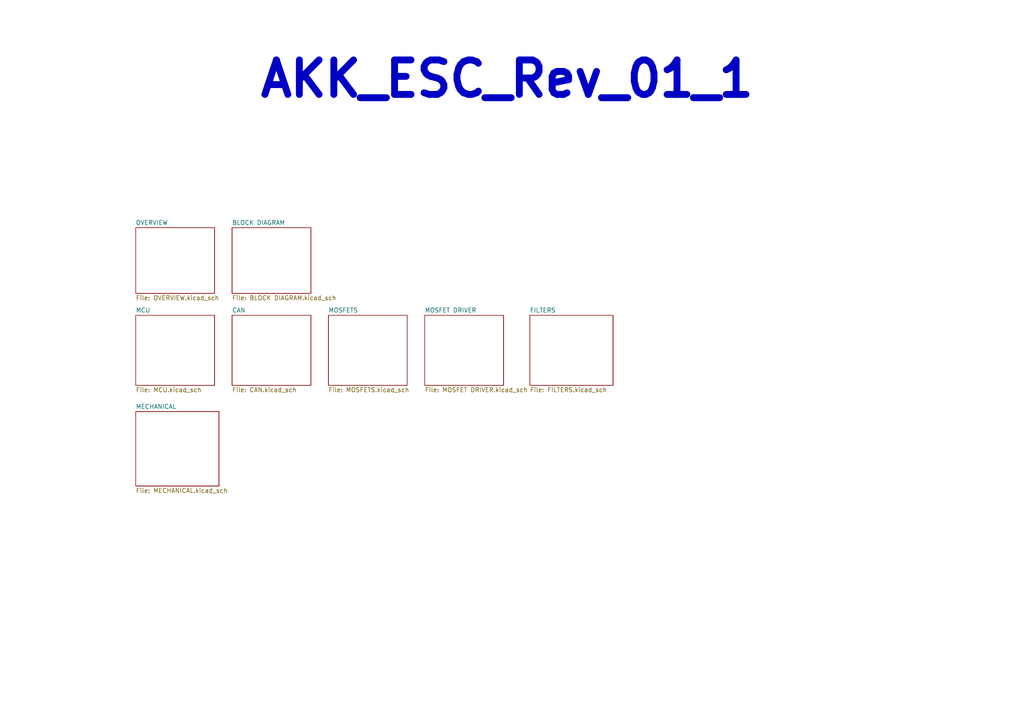
<source format=kicad_sch>
(kicad_sch
	(version 20231120)
	(generator "eeschema")
	(generator_version "8.0")
	(uuid "e63e39d7-6ac0-4ffd-8aa3-1841a4541b55")
	(paper "A4")
	(title_block
		(title "Example Project")
		(date "2024-12-05")
		(rev "Rev01_1")
		(company "AKK Electronics")
		(comment 3 "aungkyawkhaing96.ece@gmail.com")
		(comment 4 "AungKyawKhaing")
	)
	(lib_symbols)
	(text "AKK_ESC_Rev_01_1"
		(exclude_from_sim no)
		(at 147.066 23.114 0)
		(effects
			(font
				(size 10 10)
				(thickness 2)
				(bold yes)
			)
		)
		(uuid "3afe7aa6-c445-46ec-91f9-c6a705f00cb6")
	)
	(sheet
		(at 39.37 119.38)
		(size 24.13 21.59)
		(fields_autoplaced yes)
		(stroke
			(width 0.1524)
			(type solid)
		)
		(fill
			(color 0 0 0 0.0000)
		)
		(uuid "054dcecc-a872-4ada-9323-3da66bd9fdb4")
		(property "Sheetname" "MECHANICAL"
			(at 39.37 118.6684 0)
			(effects
				(font
					(size 1.27 1.27)
				)
				(justify left bottom)
			)
		)
		(property "Sheetfile" "MECHANICAL.kicad_sch"
			(at 39.37 141.5546 0)
			(effects
				(font
					(size 1.27 1.27)
				)
				(justify left top)
			)
		)
		(instances
			(project "AKK_ESC"
				(path "/e63e39d7-6ac0-4ffd-8aa3-1841a4541b55"
					(page "9")
				)
			)
		)
	)
	(sheet
		(at 123.19 91.44)
		(size 22.86 20.32)
		(fields_autoplaced yes)
		(stroke
			(width 0.1524)
			(type solid)
		)
		(fill
			(color 0 0 0 0.0000)
		)
		(uuid "0deec848-af7a-477f-a711-5dcc5b0c9897")
		(property "Sheetname" "MOSFET DRIVER"
			(at 123.19 90.7284 0)
			(effects
				(font
					(size 1.27 1.27)
				)
				(justify left bottom)
			)
		)
		(property "Sheetfile" "MOSFET DRIVER.kicad_sch"
			(at 123.19 112.3446 0)
			(effects
				(font
					(size 1.27 1.27)
				)
				(justify left top)
			)
		)
		(instances
			(project "AKK_ESC"
				(path "/e63e39d7-6ac0-4ffd-8aa3-1841a4541b55"
					(page "7")
				)
			)
		)
	)
	(sheet
		(at 67.31 66.04)
		(size 22.86 19.05)
		(fields_autoplaced yes)
		(stroke
			(width 0.1524)
			(type solid)
		)
		(fill
			(color 0 0 0 0.0000)
		)
		(uuid "63e964e1-2b4c-406c-ba2c-ed9ea0a7b9ed")
		(property "Sheetname" "BLOCK DIAGRAM"
			(at 67.31 65.3284 0)
			(effects
				(font
					(size 1.27 1.27)
				)
				(justify left bottom)
			)
		)
		(property "Sheetfile" "BLOCK DIAGRAM.kicad_sch"
			(at 67.31 85.6746 0)
			(effects
				(font
					(size 1.27 1.27)
				)
				(justify left top)
			)
		)
		(instances
			(project "AKK_ESC"
				(path "/e63e39d7-6ac0-4ffd-8aa3-1841a4541b55"
					(page "3")
				)
			)
		)
	)
	(sheet
		(at 67.31 91.44)
		(size 22.86 20.32)
		(fields_autoplaced yes)
		(stroke
			(width 0.1524)
			(type solid)
		)
		(fill
			(color 0 0 0 0.0000)
		)
		(uuid "93994461-9975-4b9e-b1a5-a676e5478f0a")
		(property "Sheetname" "CAN"
			(at 67.31 90.7284 0)
			(effects
				(font
					(size 1.27 1.27)
				)
				(justify left bottom)
			)
		)
		(property "Sheetfile" "CAN.kicad_sch"
			(at 67.31 112.3446 0)
			(effects
				(font
					(size 1.27 1.27)
				)
				(justify left top)
			)
		)
		(instances
			(project "AKK_ESC"
				(path "/e63e39d7-6ac0-4ffd-8aa3-1841a4541b55"
					(page "5")
				)
			)
		)
	)
	(sheet
		(at 95.25 91.44)
		(size 22.86 20.32)
		(fields_autoplaced yes)
		(stroke
			(width 0.1524)
			(type solid)
		)
		(fill
			(color 0 0 0 0.0000)
		)
		(uuid "97769ffd-25db-444b-b161-5f01e2b4f3c6")
		(property "Sheetname" "MOSFETS"
			(at 95.25 90.7284 0)
			(effects
				(font
					(size 1.27 1.27)
				)
				(justify left bottom)
			)
		)
		(property "Sheetfile" "MOSFETS.kicad_sch"
			(at 95.25 112.3446 0)
			(effects
				(font
					(size 1.27 1.27)
				)
				(justify left top)
			)
		)
		(instances
			(project "AKK_ESC"
				(path "/e63e39d7-6ac0-4ffd-8aa3-1841a4541b55"
					(page "6")
				)
			)
		)
	)
	(sheet
		(at 39.37 66.04)
		(size 22.86 19.05)
		(fields_autoplaced yes)
		(stroke
			(width 0.1524)
			(type solid)
		)
		(fill
			(color 0 0 0 0.0000)
		)
		(uuid "ba6a44f7-6428-45d8-8d8f-91998eae5afa")
		(property "Sheetname" "OVERVIEW"
			(at 39.37 65.3284 0)
			(effects
				(font
					(size 1.27 1.27)
				)
				(justify left bottom)
			)
		)
		(property "Sheetfile" "OVERVIEW.kicad_sch"
			(at 39.37 85.6746 0)
			(effects
				(font
					(size 1.27 1.27)
				)
				(justify left top)
			)
		)
		(instances
			(project "AKK_ESC"
				(path "/e63e39d7-6ac0-4ffd-8aa3-1841a4541b55"
					(page "2")
				)
			)
		)
	)
	(sheet
		(at 153.67 91.44)
		(size 24.13 20.32)
		(fields_autoplaced yes)
		(stroke
			(width 0.1524)
			(type solid)
		)
		(fill
			(color 0 0 0 0.0000)
		)
		(uuid "db46fbfa-4a10-4478-8e4d-f20eefd3e236")
		(property "Sheetname" "FILTERS"
			(at 153.67 90.7284 0)
			(effects
				(font
					(size 1.27 1.27)
				)
				(justify left bottom)
			)
		)
		(property "Sheetfile" "FILTERS.kicad_sch"
			(at 153.67 112.3446 0)
			(effects
				(font
					(size 1.27 1.27)
				)
				(justify left top)
			)
		)
		(instances
			(project "AKK_ESC"
				(path "/e63e39d7-6ac0-4ffd-8aa3-1841a4541b55"
					(page "8")
				)
			)
		)
	)
	(sheet
		(at 39.37 91.44)
		(size 22.86 20.32)
		(fields_autoplaced yes)
		(stroke
			(width 0.1524)
			(type solid)
		)
		(fill
			(color 0 0 0 0.0000)
		)
		(uuid "f4f7ef71-1e4c-4180-bb9c-fe2078ca8feb")
		(property "Sheetname" "MCU"
			(at 39.37 90.7284 0)
			(effects
				(font
					(size 1.27 1.27)
				)
				(justify left bottom)
			)
		)
		(property "Sheetfile" "MCU.kicad_sch"
			(at 39.37 112.3446 0)
			(effects
				(font
					(size 1.27 1.27)
				)
				(justify left top)
			)
		)
		(instances
			(project "AKK_ESC"
				(path "/e63e39d7-6ac0-4ffd-8aa3-1841a4541b55"
					(page "4")
				)
			)
		)
	)
	(sheet_instances
		(path "/"
			(page "1")
		)
	)
)

</source>
